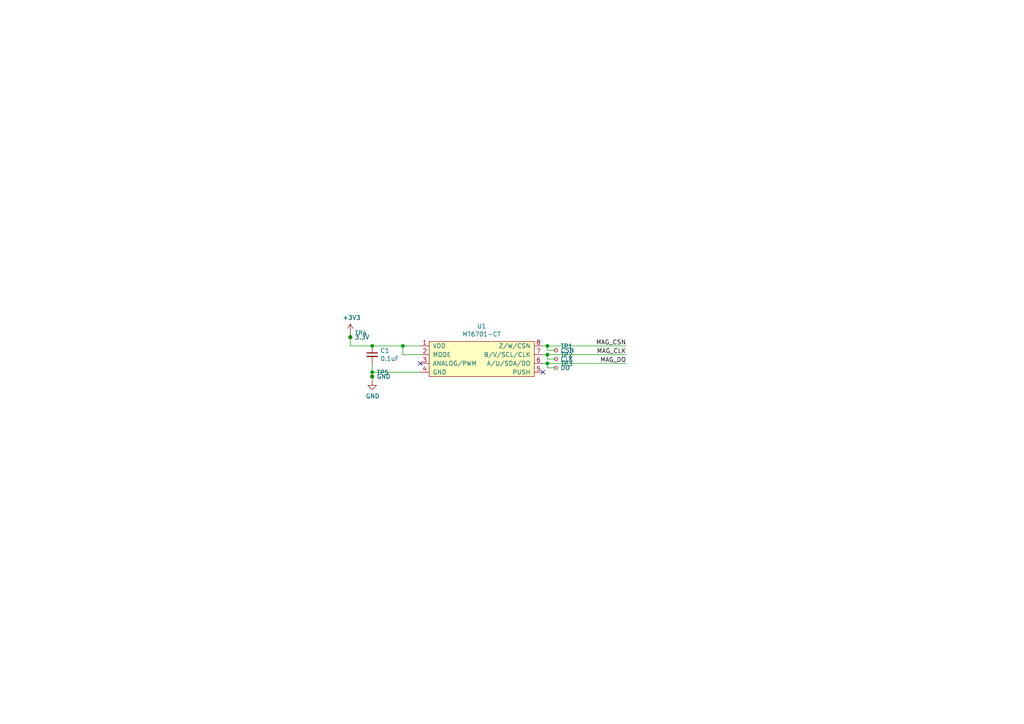
<source format=kicad_sch>
(kicad_sch (version 20240417) (generator "eeschema") (generator_version "8.99")
  (paper "A4")
  (lib_symbols
    (symbol "Connector:TestPoint_Small" (pin_numbers hide) (pin_names (offset 0.762) hide)
      (property "Reference" "TP" (at 0 3.81 0))
      (property "Value" "TestPoint_Small" (at 0 2.032 0))
      (symbol "TestPoint_Small_0_1"
        (circle (center 0 0) (radius 0.508))
      )
      (symbol "TestPoint_Small_1_1"
        (pin passive line (at 0 0 90) (length 0) (name "1") (number "1"))
      )
    )
    (symbol "Device:C_Small" (pin_numbers hide) (pin_names (offset 0.254) hide)
      (property "Reference" "C" (at 0.254 1.778 0))
      (property "Value" "C_Small" (at 0.254 -2.032 0))
      (symbol "C_Small_0_1"
        (polyline (pts (xy -1.524 0.508) (xy 1.524 0.508)) (stroke (width 0.3048)))
        (polyline (pts (xy -1.524 -0.508) (xy 1.524 -0.508)) (stroke (width 0.3302)))
      )
      (symbol "C_Small_1_1"
        (pin passive line (at 0 2.54 270) (length 2.032) (name "~") (number "1"))
        (pin passive line (at 0 -2.54 90) (length 2.032) (name "~") (number "2"))
      )
    )
    (symbol "MagnTek:MT6701-CT" (pin_names (offset 1.016))
      (property "Reference" "U" (at -12.7 6.35 0))
      (property "Value" "MT6701-CT" (at 0 6.35 0))
      (symbol "MT6701-CT_0_1"
        (rectangle (start -13.97 5.08) (end 16.51 -5.08) (fill (type background)))
      )
      (symbol "MT6701-CT_1_1"
        (pin power_in line (at -16.51 3.81 0) (length 2.54) (name "VDD") (number "1"))
        (pin input line (at -16.51 1.27 0) (length 2.54) (name "MODE") (number "2"))
        (pin output line (at -16.51 -1.27 0) (length 2.54) (name "ANALOG/PWM") (number "3"))
        (pin power_in line (at -16.51 -3.81 0) (length 2.54) (name "GND") (number "4"))
        (pin output line (at 19.05 -3.81 180) (length 2.54) (name "PUSH") (number "5"))
        (pin bidirectional line (at 19.05 -1.27 180) (length 2.54) (name "A/U/SDA/DO") (number "6"))
        (pin bidirectional line (at 19.05 1.27 180) (length 2.54) (name "B/V/SCL/CLK") (number "7"))
        (pin bidirectional line (at 19.05 3.81 180) (length 2.54) (name "Z/W/CSN") (number "8"))
      )
    )
    (symbol "power:+3.3V" (power) (pin_names (offset 0))
      (property "Value" "+3.3V" (at 0 3.556 0))
      (symbol "+3.3V_0_1"
        (polyline (pts (xy -0.762 1.27) (xy 0 2.54)))
        (polyline (pts (xy 0 2.54) (xy 0.762 1.27)))
        (polyline (pts (xy 0 0) (xy 0 2.54)))
      )
      (symbol "+3.3V_1_1"
        (pin power_in line (at 0 0 90) (length 0) hide (name "+3V3") (number "1"))
      )
    )
    (symbol "power:GND" (power) (pin_names (offset 0))
      (property "Value" "GND" (at 0 -3.81 0))
      (symbol "GND_0_1"
        (polyline (pts (xy 0 0) (xy 0 -1.27) (xy 1.27 -1.27) (xy 0 -2.54) (xy -1.27 -1.27) (xy 0 -1.27)))
      )
      (symbol "GND_1_1"
        (pin power_in line (at 0 0 270) (length 0) hide (name "GND") (number "1"))
      )
    )
  )
  (junction (at 158.75 105.41))
  (junction (at 107.95 107.95))
  (junction (at 101.6 97.79))
  (junction (at 116.84 100.33))
  (junction (at 107.95 109.22))
  (junction (at 158.75 102.87))
  (junction (at 158.75 100.33))
  (junction (at 107.95 100.33))
  (no_connect (at 157.48 107.95))
  (no_connect (at 121.92 105.41))
  (wire (pts (xy 158.75 102.87) (xy 181.61 102.87)))
  (wire (pts (xy 116.84 100.33) (xy 121.92 100.33)))
  (wire (pts (xy 161.29 106.68) (xy 158.75 106.68)))
  (wire (pts (xy 116.84 100.33) (xy 107.95 100.33)))
  (wire (pts (xy 101.6 100.33) (xy 101.6 97.79)))
  (wire (pts (xy 107.95 100.33) (xy 101.6 100.33)))
  (wire (pts (xy 107.95 109.22) (xy 107.95 110.49)))
  (wire (pts (xy 158.75 104.14) (xy 158.75 102.87)))
  (wire (pts (xy 121.92 102.87) (xy 116.84 102.87)))
  (wire (pts (xy 158.75 100.33) (xy 181.61 100.33)))
  (wire (pts (xy 157.48 102.87) (xy 158.75 102.87)))
  (wire (pts (xy 101.6 97.79) (xy 101.6 96.52)))
  (wire (pts (xy 107.95 107.95) (xy 121.92 107.95)))
  (wire (pts (xy 116.84 102.87) (xy 116.84 100.33)))
  (wire (pts (xy 157.48 105.41) (xy 158.75 105.41)))
  (wire (pts (xy 158.75 105.41) (xy 181.61 105.41)))
  (wire (pts (xy 157.48 100.33) (xy 158.75 100.33)))
  (wire (pts (xy 107.95 105.41) (xy 107.95 107.95)))
  (wire (pts (xy 161.29 104.14) (xy 158.75 104.14)))
  (wire (pts (xy 107.95 107.95) (xy 107.95 109.22)))
  (wire (pts (xy 161.29 101.6) (xy 158.75 101.6)))
  (wire (pts (xy 158.75 101.6) (xy 158.75 100.33)))
  (wire (pts (xy 158.75 106.68) (xy 158.75 105.41)))
  (label "MAG_DO" (at 181.61 105.41 180))
  (label "MAG_CSN" (at 181.61 100.33 180))
  (label "MAG_CLK" (at 181.61 102.87 180))
  (symbol (lib_id "Connector:TestPoint_Small") (at 161.29 104.14 0) (unit 1)
    (property "Reference" "TP2" (at 162.5092 102.9716 0) (effects (justify left)))
    (property "Value" "CLK" (at 162.56 104.14 0) (effects (justify left)))
    (property "Footprint" "TestPoint:TestPoint_THTPad_D1.0mm_Drill0.5mm" (effects (hide yes)))
  )
  (symbol (lib_id "power:+3.3V") (at 101.6 96.52 0) (unit 1)
    (property "Reference" "#PWR01" (effects (hide yes)))
    (property "Value" "+3V3" (at 101.981 92.1258 0))
  )
  (symbol (lib_id "Device:C_Small") (at 107.95 102.87 0) (unit 1)
    (property "Reference" "C1" (at 110.2868 101.7016 0) (effects (justify left)))
    (property "Value" "0.1uF" (at 110.2868 104.013 0) (effects (justify left)))
    (property "Footprint" "Capacitor_SMD:C_0603_1608Metric" (effects (hide yes)))
    (property "LCSC" "C1591" (effects (hide yes)))
    (property "Digikey" "1276-1935-1-ND" (effects (hide yes)))
    (property "Mouser" "187-CL10B104KB8NNWC" (effects (hide yes)))
  )
  (symbol (lib_id "Connector:TestPoint_Small") (at 161.29 106.68 0) (unit 1)
    (property "Reference" "TP3" (at 162.5092 105.5116 0) (effects (justify left)))
    (property "Value" "DO" (at 162.56 106.68 0) (effects (justify left)))
    (property "Footprint" "TestPoint:TestPoint_THTPad_D1.0mm_Drill0.5mm" (effects (hide yes)))
  )
  (symbol (lib_id "Connector:TestPoint_Small") (at 107.95 109.22 0) (unit 1)
    (property "Reference" "TP5" (at 109.1692 108.0516 0) (effects (justify left)))
    (property "Value" "GND" (at 109.22 109.22 0) (effects (justify left)))
    (property "Footprint" "TestPoint:TestPoint_THTPad_D1.0mm_Drill0.5mm" (effects (hide yes)))
  )
  (symbol (lib_id "Connector:TestPoint_Small") (at 101.6 97.79 0) (unit 1)
    (property "Reference" "TP4" (at 102.8192 96.6216 0) (effects (justify left)))
    (property "Value" "3.3V" (at 102.87 97.79 0) (effects (justify left)))
    (property "Footprint" "TestPoint:TestPoint_THTPad_D1.0mm_Drill0.5mm" (effects (hide yes)))
  )
  (symbol (lib_id "Connector:TestPoint_Small") (at 161.29 101.6 0) (unit 1)
    (property "Reference" "TP1" (at 162.5092 100.4316 0) (effects (justify left)))
    (property "Value" "CSN" (at 162.56 101.6 0) (effects (justify left)))
    (property "Footprint" "TestPoint:TestPoint_THTPad_D1.0mm_Drill0.5mm" (effects (hide yes)))
  )
  (symbol (lib_id "power:GND") (at 107.95 110.49 0) (unit 1)
    (property "Reference" "#PWR02" (effects (hide yes)))
    (property "Value" "GND" (at 108.077 114.8842 0))
  )
  (symbol (lib_id "MagnTek:MT6701-CT") (at 138.43 104.14 0) (unit 1)
    (property "Reference" "U1" (at 139.7 94.615 0))
    (property "Value" "MT6701-CT" (at 139.7 96.9264 0))
    (property "Footprint" "Package_SO:SOIC-8_3.9x4.9mm_P1.27mm" (effects (hide yes)))
    (property "LCSC" "C2856764, or C3003196" (effects (hide yes)))
    (property "Digikey" "N/A" (effects (hide yes)))
    (property "Mouser" "N/A" (effects (hide yes)))
  )
)
</source>
